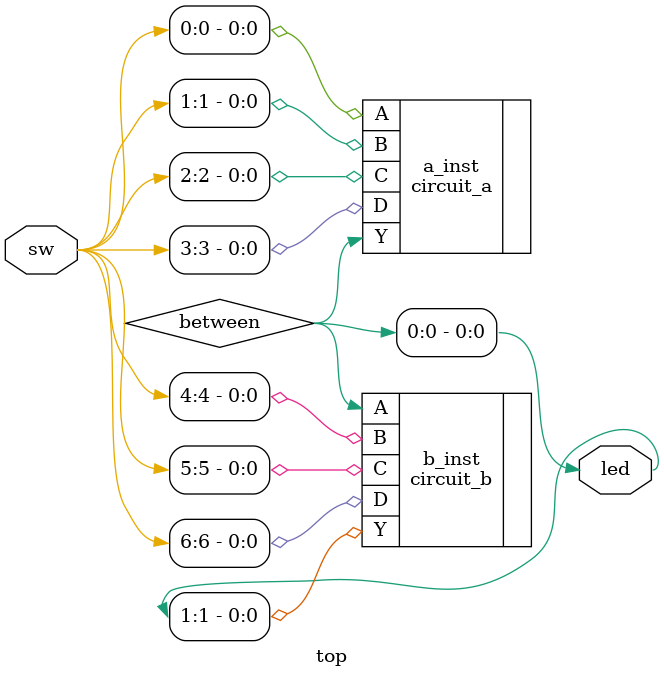
<source format=v>
module top(
    input [6:0] sw,
    output [1:0] led
);
    wire between;
    circuit_a a_inst(
        .A(sw[0]),
        .B(sw[1]),
        .C(sw[2]),
        .D(sw[3]),
        .Y(between)
    );	

    assign led[0] = between;

    circuit_b b_inst(
        .A(between),
        .B(sw[4]),
        .C(sw[5]),
        .D(sw[6]),
        .Y(led[1])
    );

endmodule
</source>
